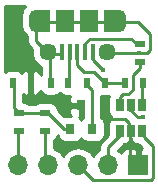
<source format=gtl>
%TF.GenerationSoftware,KiCad,Pcbnew,4.0.7*%
%TF.CreationDate,2017-12-10T14:51:51+08:00*%
%TF.ProjectId,MicroUSB,4D6963726F5553422E6B696361645F70,rev?*%
%TF.FileFunction,Copper,L1,Top,Signal*%
%FSLAX46Y46*%
G04 Gerber Fmt 4.6, Leading zero omitted, Abs format (unit mm)*
G04 Created by KiCad (PCBNEW 4.0.7) date 12/10/17 14:51:51*
%MOMM*%
%LPD*%
G01*
G04 APERTURE LIST*
%ADD10C,0.100000*%
%ADD11R,0.800000X0.900000*%
%ADD12R,1.700000X1.700000*%
%ADD13O,1.700000X1.700000*%
%ADD14R,0.650000X1.060000*%
%ADD15R,0.500000X0.900000*%
%ADD16R,0.900000X0.500000*%
%ADD17R,1.500000X1.900000*%
%ADD18C,1.450000*%
%ADD19R,0.400000X1.350000*%
%ADD20O,1.200000X1.900000*%
%ADD21R,1.200000X1.900000*%
%ADD22C,0.453000*%
%ADD23C,0.250000*%
%ADD24C,0.254000*%
G04 APERTURE END LIST*
D10*
D11*
X7330000Y-11890000D03*
X9230000Y-11890000D03*
X8280000Y-9890000D03*
D12*
X13100000Y-14950000D03*
D13*
X10560000Y-14950000D03*
X8020000Y-14950000D03*
X5480000Y-14950000D03*
X2940000Y-14950000D03*
D14*
X13430000Y-9820000D03*
X12480000Y-9820000D03*
X11530000Y-9820000D03*
X11530000Y-12020000D03*
X13430000Y-12020000D03*
X12480000Y-12020000D03*
D15*
X13490000Y-7970000D03*
X11990000Y-7970000D03*
X8790000Y-7970000D03*
X10290000Y-7970000D03*
D16*
X13220000Y-6230000D03*
X13220000Y-4730000D03*
D15*
X5700000Y-7970000D03*
X7200000Y-7970000D03*
X3990000Y-7970000D03*
X2490000Y-7970000D03*
D16*
X3020000Y-12030000D03*
X3020000Y-10530000D03*
X5210000Y-12030000D03*
X5210000Y-10530000D03*
D17*
X6940000Y-2700000D03*
D18*
X10440000Y-5400000D03*
D19*
X8590000Y-5400000D03*
X9240000Y-5400000D03*
X6640000Y-5400000D03*
X7290000Y-5400000D03*
X7940000Y-5400000D03*
D18*
X5440000Y-5400000D03*
D17*
X8940000Y-2700000D03*
D20*
X11440000Y-2700000D03*
X4440000Y-2700000D03*
D21*
X5040000Y-2700000D03*
X10840000Y-2700000D03*
D22*
X13160000Y-5440000D03*
X13530000Y-10900000D03*
X10130000Y-6870004D03*
X10350000Y-11020000D03*
X6870000Y-9170000D03*
D23*
X5440000Y-5400000D02*
X5670000Y-5630000D01*
X5670000Y-5630000D02*
X5670000Y-7940000D01*
X5670000Y-7940000D02*
X5700000Y-7970000D01*
X5050000Y-2830000D02*
X4450000Y-2830000D01*
X10850000Y-2830000D02*
X11450000Y-2830000D01*
X12250000Y-2864592D02*
X11735000Y-2864592D01*
X13110000Y-2864592D02*
X12250000Y-2864592D01*
X12250000Y-2864592D02*
X11484592Y-2864592D01*
X11484592Y-2864592D02*
X11450000Y-2830000D01*
X10450000Y-5530000D02*
X10530000Y-5450000D01*
X10530000Y-5450000D02*
X13150000Y-5450000D01*
X13150000Y-5450000D02*
X13160000Y-5440000D01*
X5450000Y-5530000D02*
X6650000Y-5530000D01*
X5450000Y-5530000D02*
X5450000Y-5420000D01*
X5450000Y-5420000D02*
X4445000Y-4415000D01*
X4445000Y-4415000D02*
X4450000Y-4410000D01*
X4450000Y-4410000D02*
X4450000Y-2830000D01*
X10860000Y-2840000D02*
X11460000Y-2840000D01*
X8960000Y-2840000D02*
X10860000Y-2840000D01*
X6960000Y-2840000D02*
X8960000Y-2840000D01*
X5060000Y-2840000D02*
X6960000Y-2840000D01*
X4460000Y-2840000D02*
X5060000Y-2840000D01*
X13160000Y-5440000D02*
X13870000Y-5440000D01*
X13870000Y-5440000D02*
X14110000Y-5200000D01*
X14110000Y-5200000D02*
X14110000Y-3864592D01*
X14110000Y-3864592D02*
X13110000Y-2864592D01*
X4009990Y-3026400D02*
X4009990Y-2864592D01*
X5700000Y-5780000D02*
X5275408Y-5780000D01*
X13105736Y-10900000D02*
X13530000Y-10900000D01*
X12360000Y-10154264D02*
X13105736Y-10900000D01*
X12360000Y-9960000D02*
X12360000Y-10154264D01*
X2940000Y-14950000D02*
X2940000Y-12110000D01*
X2940000Y-12110000D02*
X3020000Y-12030000D01*
X8610000Y-5540000D02*
X8610000Y-4615000D01*
X8610000Y-4615000D02*
X8995000Y-4230000D01*
X8995000Y-4230000D02*
X12520000Y-4230000D01*
X12520000Y-4230000D02*
X13020000Y-4730000D01*
X13020000Y-4730000D02*
X13220000Y-4730000D01*
X9260000Y-6015000D02*
X10115004Y-6870004D01*
X9260000Y-5540000D02*
X9260000Y-6015000D01*
X10115004Y-6870004D02*
X10130000Y-6870004D01*
X12360000Y-11380000D02*
X12000000Y-11020000D01*
X10774264Y-11020000D02*
X10350000Y-11020000D01*
X12000000Y-11020000D02*
X10774264Y-11020000D01*
X12360000Y-12160000D02*
X12360000Y-11380000D01*
X12360000Y-12160000D02*
X12420000Y-12220000D01*
X12420000Y-12220000D02*
X12420000Y-14270000D01*
X12420000Y-14270000D02*
X13100000Y-14950000D01*
X12600000Y-14450000D02*
X13100000Y-14950000D01*
X12960000Y-14810000D02*
X13100000Y-14950000D01*
X7270000Y-7880000D02*
X7270000Y-5580000D01*
X7270000Y-5580000D02*
X7310000Y-5540000D01*
X7200000Y-7950000D02*
X7270000Y-7880000D01*
X8515000Y-7020000D02*
X9340000Y-7020000D01*
X7960000Y-6465000D02*
X8515000Y-7020000D01*
X9340000Y-7020000D02*
X10290000Y-7970000D01*
X7960000Y-5540000D02*
X7960000Y-6465000D01*
X11990000Y-7950000D02*
X10310000Y-7950000D01*
X10310000Y-7950000D02*
X10290000Y-7970000D01*
X11950000Y-7690000D02*
X11960000Y-7700000D01*
X10560000Y-14950000D02*
X10560000Y-13435000D01*
X10560000Y-13435000D02*
X11650000Y-12345000D01*
X11650000Y-12345000D02*
X11650000Y-12140000D01*
X8020000Y-14950000D02*
X9280000Y-16210000D01*
X9280000Y-16210000D02*
X14150000Y-16210000D01*
X14150000Y-16210000D02*
X14340000Y-16020000D01*
X14340000Y-16020000D02*
X14340000Y-13320000D01*
X14340000Y-13320000D02*
X13560000Y-12540000D01*
X5210000Y-12050000D02*
X5210000Y-14680000D01*
X5210000Y-14680000D02*
X5480000Y-14950000D01*
X5480000Y-14950000D02*
X5830000Y-14600000D01*
X5050000Y-14520000D02*
X5480000Y-14950000D01*
X5480000Y-14950000D02*
X5382998Y-14950000D01*
X3020000Y-10530000D02*
X2620000Y-10130000D01*
X2620000Y-10130000D02*
X2620000Y-7960000D01*
X2620000Y-7960000D02*
X2590000Y-7930000D01*
X3020000Y-10530000D02*
X5190000Y-10530000D01*
X5190000Y-10530000D02*
X5210000Y-10550000D01*
X7330000Y-11890000D02*
X6820000Y-11890000D01*
X6820000Y-11890000D02*
X5450000Y-10520000D01*
X5450000Y-10520000D02*
X5390000Y-10520000D01*
X9230000Y-11890000D02*
X9230000Y-8600000D01*
X9230000Y-8600000D02*
X8790000Y-8160000D01*
X8790000Y-8160000D02*
X8790000Y-8100000D01*
X8790000Y-8100000D02*
X8790000Y-7970000D01*
X13490000Y-7950000D02*
X13430000Y-8010000D01*
X13430000Y-8010000D02*
X13430000Y-9840000D01*
X13430000Y-9840000D02*
X13310000Y-9960000D01*
X13220000Y-6230000D02*
X13220000Y-6730000D01*
X13220000Y-6730000D02*
X12630000Y-7320000D01*
X12630000Y-7320000D02*
X12630000Y-8560000D01*
X12630000Y-8560000D02*
X12280000Y-8910000D01*
X11810000Y-8910000D02*
X11530000Y-9190000D01*
X12280000Y-8910000D02*
X11810000Y-8910000D01*
X11530000Y-9190000D02*
X11530000Y-9820000D01*
D24*
G36*
X12501838Y-12785317D02*
X12607000Y-12948743D01*
X12607000Y-13026250D01*
X12765750Y-13185000D01*
X12931310Y-13185000D01*
X12968171Y-13169732D01*
X13105000Y-13197440D01*
X13142638Y-13197440D01*
X13410198Y-13465000D01*
X13385750Y-13465000D01*
X13227000Y-13623750D01*
X13227000Y-14823000D01*
X13247000Y-14823000D01*
X13247000Y-15077000D01*
X13227000Y-15077000D01*
X13227000Y-15097000D01*
X12973000Y-15097000D01*
X12973000Y-15077000D01*
X12953000Y-15077000D01*
X12953000Y-14823000D01*
X12973000Y-14823000D01*
X12973000Y-13623750D01*
X12814250Y-13465000D01*
X12123690Y-13465000D01*
X11890301Y-13561673D01*
X11711673Y-13740302D01*
X11639403Y-13914777D01*
X11610054Y-13870853D01*
X11363614Y-13706188D01*
X11876386Y-13193416D01*
X11995086Y-13171081D01*
X12028690Y-13185000D01*
X12194250Y-13185000D01*
X12353000Y-13026250D01*
X12353000Y-12945949D01*
X12451431Y-12801890D01*
X12479176Y-12664880D01*
X12501838Y-12785317D01*
X12501838Y-12785317D01*
G37*
X12501838Y-12785317D02*
X12607000Y-12948743D01*
X12607000Y-13026250D01*
X12765750Y-13185000D01*
X12931310Y-13185000D01*
X12968171Y-13169732D01*
X13105000Y-13197440D01*
X13142638Y-13197440D01*
X13410198Y-13465000D01*
X13385750Y-13465000D01*
X13227000Y-13623750D01*
X13227000Y-14823000D01*
X13247000Y-14823000D01*
X13247000Y-15077000D01*
X13227000Y-15077000D01*
X13227000Y-15097000D01*
X12973000Y-15097000D01*
X12973000Y-15077000D01*
X12953000Y-15077000D01*
X12953000Y-14823000D01*
X12973000Y-14823000D01*
X12973000Y-13623750D01*
X12814250Y-13465000D01*
X12123690Y-13465000D01*
X11890301Y-13561673D01*
X11711673Y-13740302D01*
X11639403Y-13914777D01*
X11610054Y-13870853D01*
X11363614Y-13706188D01*
X11876386Y-13193416D01*
X11995086Y-13171081D01*
X12028690Y-13185000D01*
X12194250Y-13185000D01*
X12353000Y-13026250D01*
X12353000Y-12945949D01*
X12451431Y-12801890D01*
X12479176Y-12664880D01*
X12501838Y-12785317D01*
G36*
X10557560Y-9290000D02*
X10557560Y-10350000D01*
X10601838Y-10585317D01*
X10740910Y-10801441D01*
X10916232Y-10921233D01*
X10753559Y-11025910D01*
X10608569Y-11238110D01*
X10557560Y-11490000D01*
X10557560Y-12362638D01*
X10022599Y-12897599D01*
X9857852Y-13144161D01*
X9800000Y-13435000D01*
X9800000Y-13677046D01*
X9509946Y-13870853D01*
X9290000Y-14200026D01*
X9070054Y-13870853D01*
X8588285Y-13548946D01*
X8020000Y-13435907D01*
X7451715Y-13548946D01*
X6969946Y-13870853D01*
X6750000Y-14200026D01*
X6530054Y-13870853D01*
X6048285Y-13548946D01*
X5970000Y-13533374D01*
X5970000Y-12835105D01*
X6111441Y-12744090D01*
X6256431Y-12531890D01*
X6278434Y-12423236D01*
X6282599Y-12427401D01*
X6301365Y-12439940D01*
X6326838Y-12575317D01*
X6465910Y-12791441D01*
X6678110Y-12936431D01*
X6930000Y-12987440D01*
X7730000Y-12987440D01*
X7965317Y-12943162D01*
X8181441Y-12804090D01*
X8280633Y-12658917D01*
X8365910Y-12791441D01*
X8578110Y-12936431D01*
X8830000Y-12987440D01*
X9630000Y-12987440D01*
X9865317Y-12943162D01*
X10081441Y-12804090D01*
X10226431Y-12591890D01*
X10277440Y-12340000D01*
X10277440Y-11440000D01*
X10233162Y-11204683D01*
X10094090Y-10988559D01*
X9990000Y-10917437D01*
X9990000Y-9057315D01*
X10040000Y-9067440D01*
X10540000Y-9067440D01*
X10605110Y-9055189D01*
X10557560Y-9290000D01*
X10557560Y-9290000D01*
G37*
X10557560Y-9290000D02*
X10557560Y-10350000D01*
X10601838Y-10585317D01*
X10740910Y-10801441D01*
X10916232Y-10921233D01*
X10753559Y-11025910D01*
X10608569Y-11238110D01*
X10557560Y-11490000D01*
X10557560Y-12362638D01*
X10022599Y-12897599D01*
X9857852Y-13144161D01*
X9800000Y-13435000D01*
X9800000Y-13677046D01*
X9509946Y-13870853D01*
X9290000Y-14200026D01*
X9070054Y-13870853D01*
X8588285Y-13548946D01*
X8020000Y-13435907D01*
X7451715Y-13548946D01*
X6969946Y-13870853D01*
X6750000Y-14200026D01*
X6530054Y-13870853D01*
X6048285Y-13548946D01*
X5970000Y-13533374D01*
X5970000Y-12835105D01*
X6111441Y-12744090D01*
X6256431Y-12531890D01*
X6278434Y-12423236D01*
X6282599Y-12427401D01*
X6301365Y-12439940D01*
X6326838Y-12575317D01*
X6465910Y-12791441D01*
X6678110Y-12936431D01*
X6930000Y-12987440D01*
X7730000Y-12987440D01*
X7965317Y-12943162D01*
X8181441Y-12804090D01*
X8280633Y-12658917D01*
X8365910Y-12791441D01*
X8578110Y-12936431D01*
X8830000Y-12987440D01*
X9630000Y-12987440D01*
X9865317Y-12943162D01*
X10081441Y-12804090D01*
X10226431Y-12591890D01*
X10277440Y-12340000D01*
X10277440Y-11440000D01*
X10233162Y-11204683D01*
X10094090Y-10988559D01*
X9990000Y-10917437D01*
X9990000Y-9057315D01*
X10040000Y-9067440D01*
X10540000Y-9067440D01*
X10605110Y-9055189D01*
X10557560Y-9290000D01*
G36*
X3299009Y-1846334D02*
X3205000Y-2318948D01*
X3205000Y-3081052D01*
X3299009Y-3553666D01*
X3566723Y-3954329D01*
X3690000Y-4036700D01*
X3690000Y-4389864D01*
X3685000Y-4415000D01*
X3742852Y-4705839D01*
X3907599Y-4952401D01*
X4081191Y-5125993D01*
X4080237Y-5128292D01*
X4079764Y-5669334D01*
X4286376Y-6169372D01*
X4668616Y-6552280D01*
X4910000Y-6652511D01*
X4910000Y-7185520D01*
X4853569Y-7268110D01*
X4843526Y-7317705D01*
X4778327Y-7160301D01*
X4599698Y-6981673D01*
X4366309Y-6885000D01*
X4273750Y-6885000D01*
X4115000Y-7043750D01*
X4115000Y-7843000D01*
X4137000Y-7843000D01*
X4137000Y-8097000D01*
X4115000Y-8097000D01*
X4115000Y-8896250D01*
X4273750Y-9055000D01*
X4366309Y-9055000D01*
X4599698Y-8958327D01*
X4778327Y-8779699D01*
X4841531Y-8627112D01*
X4846838Y-8655317D01*
X4985910Y-8871441D01*
X5198110Y-9016431D01*
X5450000Y-9067440D01*
X5950000Y-9067440D01*
X6185317Y-9023162D01*
X6401441Y-8884090D01*
X6449134Y-8814289D01*
X6485910Y-8871441D01*
X6698110Y-9016431D01*
X6950000Y-9067440D01*
X7354535Y-9067440D01*
X7341673Y-9080302D01*
X7245000Y-9313691D01*
X7245000Y-9604250D01*
X7403750Y-9763000D01*
X8153000Y-9763000D01*
X8153000Y-9743000D01*
X8407000Y-9743000D01*
X8407000Y-9763000D01*
X8427000Y-9763000D01*
X8427000Y-10017000D01*
X8407000Y-10017000D01*
X8407000Y-10816250D01*
X8470000Y-10879250D01*
X8470000Y-10917069D01*
X8378559Y-10975910D01*
X8279367Y-11121083D01*
X8194090Y-10988559D01*
X8067314Y-10901936D01*
X8153000Y-10816250D01*
X8153000Y-10017000D01*
X7403750Y-10017000D01*
X7245000Y-10175750D01*
X7245000Y-10466309D01*
X7341673Y-10699698D01*
X7434534Y-10792560D01*
X6930000Y-10792560D01*
X6818367Y-10813565D01*
X6307440Y-10302638D01*
X6307440Y-10280000D01*
X6263162Y-10044683D01*
X6124090Y-9828559D01*
X5911890Y-9683569D01*
X5660000Y-9632560D01*
X4760000Y-9632560D01*
X4524683Y-9676838D01*
X4379905Y-9770000D01*
X3848386Y-9770000D01*
X3721890Y-9683569D01*
X3470000Y-9632560D01*
X3380000Y-9632560D01*
X3380000Y-8958025D01*
X3380302Y-8958327D01*
X3613691Y-9055000D01*
X3706250Y-9055000D01*
X3865000Y-8896250D01*
X3865000Y-8097000D01*
X3843000Y-8097000D01*
X3843000Y-7843000D01*
X3865000Y-7843000D01*
X3865000Y-7043750D01*
X3706250Y-6885000D01*
X3613691Y-6885000D01*
X3380302Y-6981673D01*
X3239064Y-7122910D01*
X3204090Y-7068559D01*
X2991890Y-6923569D01*
X2740000Y-6872560D01*
X2240000Y-6872560D01*
X2004683Y-6916838D01*
X1850000Y-7016374D01*
X1850000Y-1460000D01*
X3557149Y-1460000D01*
X3299009Y-1846334D01*
X3299009Y-1846334D01*
G37*
X3299009Y-1846334D02*
X3205000Y-2318948D01*
X3205000Y-3081052D01*
X3299009Y-3553666D01*
X3566723Y-3954329D01*
X3690000Y-4036700D01*
X3690000Y-4389864D01*
X3685000Y-4415000D01*
X3742852Y-4705839D01*
X3907599Y-4952401D01*
X4081191Y-5125993D01*
X4080237Y-5128292D01*
X4079764Y-5669334D01*
X4286376Y-6169372D01*
X4668616Y-6552280D01*
X4910000Y-6652511D01*
X4910000Y-7185520D01*
X4853569Y-7268110D01*
X4843526Y-7317705D01*
X4778327Y-7160301D01*
X4599698Y-6981673D01*
X4366309Y-6885000D01*
X4273750Y-6885000D01*
X4115000Y-7043750D01*
X4115000Y-7843000D01*
X4137000Y-7843000D01*
X4137000Y-8097000D01*
X4115000Y-8097000D01*
X4115000Y-8896250D01*
X4273750Y-9055000D01*
X4366309Y-9055000D01*
X4599698Y-8958327D01*
X4778327Y-8779699D01*
X4841531Y-8627112D01*
X4846838Y-8655317D01*
X4985910Y-8871441D01*
X5198110Y-9016431D01*
X5450000Y-9067440D01*
X5950000Y-9067440D01*
X6185317Y-9023162D01*
X6401441Y-8884090D01*
X6449134Y-8814289D01*
X6485910Y-8871441D01*
X6698110Y-9016431D01*
X6950000Y-9067440D01*
X7354535Y-9067440D01*
X7341673Y-9080302D01*
X7245000Y-9313691D01*
X7245000Y-9604250D01*
X7403750Y-9763000D01*
X8153000Y-9763000D01*
X8153000Y-9743000D01*
X8407000Y-9743000D01*
X8407000Y-9763000D01*
X8427000Y-9763000D01*
X8427000Y-10017000D01*
X8407000Y-10017000D01*
X8407000Y-10816250D01*
X8470000Y-10879250D01*
X8470000Y-10917069D01*
X8378559Y-10975910D01*
X8279367Y-11121083D01*
X8194090Y-10988559D01*
X8067314Y-10901936D01*
X8153000Y-10816250D01*
X8153000Y-10017000D01*
X7403750Y-10017000D01*
X7245000Y-10175750D01*
X7245000Y-10466309D01*
X7341673Y-10699698D01*
X7434534Y-10792560D01*
X6930000Y-10792560D01*
X6818367Y-10813565D01*
X6307440Y-10302638D01*
X6307440Y-10280000D01*
X6263162Y-10044683D01*
X6124090Y-9828559D01*
X5911890Y-9683569D01*
X5660000Y-9632560D01*
X4760000Y-9632560D01*
X4524683Y-9676838D01*
X4379905Y-9770000D01*
X3848386Y-9770000D01*
X3721890Y-9683569D01*
X3470000Y-9632560D01*
X3380000Y-9632560D01*
X3380000Y-8958025D01*
X3380302Y-8958327D01*
X3613691Y-9055000D01*
X3706250Y-9055000D01*
X3865000Y-8896250D01*
X3865000Y-8097000D01*
X3843000Y-8097000D01*
X3843000Y-7843000D01*
X3865000Y-7843000D01*
X3865000Y-7043750D01*
X3706250Y-6885000D01*
X3613691Y-6885000D01*
X3380302Y-6981673D01*
X3239064Y-7122910D01*
X3204090Y-7068559D01*
X2991890Y-6923569D01*
X2740000Y-6872560D01*
X2240000Y-6872560D01*
X2004683Y-6916838D01*
X1850000Y-7016374D01*
X1850000Y-1460000D01*
X3557149Y-1460000D01*
X3299009Y-1846334D01*
M02*

</source>
